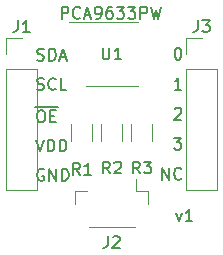
<source format=gbr>
%TF.GenerationSoftware,KiCad,Pcbnew,(6.0.0-0)*%
%TF.CreationDate,2022-02-05T18:01:00-08:00*%
%TF.ProjectId,pca9633pw-breakout,70636139-3633-4337-9077-2d627265616b,v1*%
%TF.SameCoordinates,Original*%
%TF.FileFunction,Legend,Top*%
%TF.FilePolarity,Positive*%
%FSLAX46Y46*%
G04 Gerber Fmt 4.6, Leading zero omitted, Abs format (unit mm)*
G04 Created by KiCad (PCBNEW (6.0.0-0)) date 2022-02-05 18:01:00*
%MOMM*%
%LPD*%
G01*
G04 APERTURE LIST*
%ADD10C,0.150000*%
%ADD11C,0.120000*%
G04 APERTURE END LIST*
D10*
X155295714Y-84605714D02*
X155533809Y-85272380D01*
X155771904Y-84605714D01*
X156676666Y-85272380D02*
X156105238Y-85272380D01*
X156390952Y-85272380D02*
X156390952Y-84272380D01*
X156295714Y-84415238D01*
X156200476Y-84510476D01*
X156105238Y-84558095D01*
X154132976Y-81737380D02*
X154132976Y-80737380D01*
X154704404Y-81737380D01*
X154704404Y-80737380D01*
X155752023Y-81642142D02*
X155704404Y-81689761D01*
X155561547Y-81737380D01*
X155466309Y-81737380D01*
X155323452Y-81689761D01*
X155228214Y-81594523D01*
X155180595Y-81499285D01*
X155132976Y-81308809D01*
X155132976Y-81165952D01*
X155180595Y-80975476D01*
X155228214Y-80880238D01*
X155323452Y-80785000D01*
X155466309Y-80737380D01*
X155561547Y-80737380D01*
X155704404Y-80785000D01*
X155752023Y-80832619D01*
X155132976Y-78197380D02*
X155752023Y-78197380D01*
X155418690Y-78578333D01*
X155561547Y-78578333D01*
X155656785Y-78625952D01*
X155704404Y-78673571D01*
X155752023Y-78768809D01*
X155752023Y-79006904D01*
X155704404Y-79102142D01*
X155656785Y-79149761D01*
X155561547Y-79197380D01*
X155275833Y-79197380D01*
X155180595Y-79149761D01*
X155132976Y-79102142D01*
X155180595Y-75752619D02*
X155228214Y-75705000D01*
X155323452Y-75657380D01*
X155561547Y-75657380D01*
X155656785Y-75705000D01*
X155704404Y-75752619D01*
X155752023Y-75847857D01*
X155752023Y-75943095D01*
X155704404Y-76085952D01*
X155132976Y-76657380D01*
X155752023Y-76657380D01*
X155752023Y-74117380D02*
X155180595Y-74117380D01*
X155466309Y-74117380D02*
X155466309Y-73117380D01*
X155371071Y-73260238D01*
X155275833Y-73355476D01*
X155180595Y-73403095D01*
X155418690Y-70577380D02*
X155513928Y-70577380D01*
X155609166Y-70625000D01*
X155656785Y-70672619D01*
X155704404Y-70767857D01*
X155752023Y-70958333D01*
X155752023Y-71196428D01*
X155704404Y-71386904D01*
X155656785Y-71482142D01*
X155609166Y-71529761D01*
X155513928Y-71577380D01*
X155418690Y-71577380D01*
X155323452Y-71529761D01*
X155275833Y-71482142D01*
X155228214Y-71386904D01*
X155180595Y-71196428D01*
X155180595Y-70958333D01*
X155228214Y-70767857D01*
X155275833Y-70672619D01*
X155323452Y-70625000D01*
X155418690Y-70577380D01*
X144106904Y-80872500D02*
X144011666Y-80824880D01*
X143868809Y-80824880D01*
X143725951Y-80872500D01*
X143630713Y-80967738D01*
X143583094Y-81062976D01*
X143535475Y-81253452D01*
X143535475Y-81396309D01*
X143583094Y-81586785D01*
X143630713Y-81682023D01*
X143725951Y-81777261D01*
X143868809Y-81824880D01*
X143964047Y-81824880D01*
X144106904Y-81777261D01*
X144154523Y-81729642D01*
X144154523Y-81396309D01*
X143964047Y-81396309D01*
X144583094Y-81824880D02*
X144583094Y-80824880D01*
X145154523Y-81824880D01*
X145154523Y-80824880D01*
X145630713Y-81824880D02*
X145630713Y-80824880D01*
X145868809Y-80824880D01*
X146011666Y-80872500D01*
X146106904Y-80967738D01*
X146154523Y-81062976D01*
X146202142Y-81253452D01*
X146202142Y-81396309D01*
X146154523Y-81586785D01*
X146106904Y-81682023D01*
X146011666Y-81777261D01*
X145868809Y-81824880D01*
X145630713Y-81824880D01*
X143440237Y-78348630D02*
X143773571Y-79348630D01*
X144106904Y-78348630D01*
X144440237Y-79348630D02*
X144440237Y-78348630D01*
X144678332Y-78348630D01*
X144821190Y-78396250D01*
X144916428Y-78491488D01*
X144964047Y-78586726D01*
X145011666Y-78777202D01*
X145011666Y-78920059D01*
X144964047Y-79110535D01*
X144916428Y-79205773D01*
X144821190Y-79301011D01*
X144678332Y-79348630D01*
X144440237Y-79348630D01*
X145440237Y-79348630D02*
X145440237Y-78348630D01*
X145678332Y-78348630D01*
X145821190Y-78396250D01*
X145916428Y-78491488D01*
X145964047Y-78586726D01*
X146011666Y-78777202D01*
X146011666Y-78920059D01*
X145964047Y-79110535D01*
X145916428Y-79205773D01*
X145821190Y-79301011D01*
X145678332Y-79348630D01*
X145440237Y-79348630D01*
X143367500Y-75590000D02*
X144415119Y-75590000D01*
X143796071Y-75872380D02*
X143986547Y-75872380D01*
X144081785Y-75920000D01*
X144177023Y-76015238D01*
X144224642Y-76205714D01*
X144224642Y-76539047D01*
X144177023Y-76729523D01*
X144081785Y-76824761D01*
X143986547Y-76872380D01*
X143796071Y-76872380D01*
X143700833Y-76824761D01*
X143605595Y-76729523D01*
X143557976Y-76539047D01*
X143557976Y-76205714D01*
X143605595Y-76015238D01*
X143700833Y-75920000D01*
X143796071Y-75872380D01*
X144415119Y-75590000D02*
X145319880Y-75590000D01*
X144653214Y-76348571D02*
X144986547Y-76348571D01*
X145129404Y-76872380D02*
X144653214Y-76872380D01*
X144653214Y-75872380D01*
X145129404Y-75872380D01*
X143535475Y-74093511D02*
X143678332Y-74141130D01*
X143916428Y-74141130D01*
X144011666Y-74093511D01*
X144059285Y-74045892D01*
X144106904Y-73950654D01*
X144106904Y-73855416D01*
X144059285Y-73760178D01*
X144011666Y-73712559D01*
X143916428Y-73664940D01*
X143725952Y-73617321D01*
X143630713Y-73569702D01*
X143583094Y-73522083D01*
X143535475Y-73426845D01*
X143535475Y-73331607D01*
X143583094Y-73236369D01*
X143630713Y-73188750D01*
X143725952Y-73141130D01*
X143964047Y-73141130D01*
X144106904Y-73188750D01*
X145106904Y-74045892D02*
X145059285Y-74093511D01*
X144916428Y-74141130D01*
X144821190Y-74141130D01*
X144678332Y-74093511D01*
X144583094Y-73998273D01*
X144535475Y-73903035D01*
X144487856Y-73712559D01*
X144487856Y-73569702D01*
X144535475Y-73379226D01*
X144583094Y-73283988D01*
X144678332Y-73188750D01*
X144821190Y-73141130D01*
X144916428Y-73141130D01*
X145059285Y-73188750D01*
X145106904Y-73236369D01*
X146011666Y-74141130D02*
X145535475Y-74141130D01*
X145535475Y-73141130D01*
X143557976Y-71617261D02*
X143700833Y-71664880D01*
X143938928Y-71664880D01*
X144034166Y-71617261D01*
X144081785Y-71569642D01*
X144129404Y-71474404D01*
X144129404Y-71379166D01*
X144081785Y-71283928D01*
X144034166Y-71236309D01*
X143938928Y-71188690D01*
X143748452Y-71141071D01*
X143653214Y-71093452D01*
X143605595Y-71045833D01*
X143557976Y-70950595D01*
X143557976Y-70855357D01*
X143605595Y-70760119D01*
X143653214Y-70712500D01*
X143748452Y-70664880D01*
X143986547Y-70664880D01*
X144129404Y-70712500D01*
X144557976Y-71664880D02*
X144557976Y-70664880D01*
X144796071Y-70664880D01*
X144938928Y-70712500D01*
X145034166Y-70807738D01*
X145081785Y-70902976D01*
X145129404Y-71093452D01*
X145129404Y-71236309D01*
X145081785Y-71426785D01*
X145034166Y-71522023D01*
X144938928Y-71617261D01*
X144796071Y-71664880D01*
X144557976Y-71664880D01*
X145510357Y-71379166D02*
X145986547Y-71379166D01*
X145415119Y-71664880D02*
X145748452Y-70664880D01*
X146081785Y-71664880D01*
%TO.C,U1*%
X149098095Y-70572380D02*
X149098095Y-71381904D01*
X149145714Y-71477142D01*
X149193333Y-71524761D01*
X149288571Y-71572380D01*
X149479047Y-71572380D01*
X149574285Y-71524761D01*
X149621904Y-71477142D01*
X149669523Y-71381904D01*
X149669523Y-70572380D01*
X150669523Y-71572380D02*
X150098095Y-71572380D01*
X150383809Y-71572380D02*
X150383809Y-70572380D01*
X150288571Y-70715238D01*
X150193333Y-70810476D01*
X150098095Y-70858095D01*
X145613333Y-68122380D02*
X145613333Y-67122380D01*
X145994285Y-67122380D01*
X146089523Y-67170000D01*
X146137142Y-67217619D01*
X146184761Y-67312857D01*
X146184761Y-67455714D01*
X146137142Y-67550952D01*
X146089523Y-67598571D01*
X145994285Y-67646190D01*
X145613333Y-67646190D01*
X147184761Y-68027142D02*
X147137142Y-68074761D01*
X146994285Y-68122380D01*
X146899047Y-68122380D01*
X146756190Y-68074761D01*
X146660952Y-67979523D01*
X146613333Y-67884285D01*
X146565714Y-67693809D01*
X146565714Y-67550952D01*
X146613333Y-67360476D01*
X146660952Y-67265238D01*
X146756190Y-67170000D01*
X146899047Y-67122380D01*
X146994285Y-67122380D01*
X147137142Y-67170000D01*
X147184761Y-67217619D01*
X147565714Y-67836666D02*
X148041904Y-67836666D01*
X147470476Y-68122380D02*
X147803809Y-67122380D01*
X148137142Y-68122380D01*
X148518095Y-68122380D02*
X148708571Y-68122380D01*
X148803809Y-68074761D01*
X148851428Y-68027142D01*
X148946666Y-67884285D01*
X148994285Y-67693809D01*
X148994285Y-67312857D01*
X148946666Y-67217619D01*
X148899047Y-67170000D01*
X148803809Y-67122380D01*
X148613333Y-67122380D01*
X148518095Y-67170000D01*
X148470476Y-67217619D01*
X148422857Y-67312857D01*
X148422857Y-67550952D01*
X148470476Y-67646190D01*
X148518095Y-67693809D01*
X148613333Y-67741428D01*
X148803809Y-67741428D01*
X148899047Y-67693809D01*
X148946666Y-67646190D01*
X148994285Y-67550952D01*
X149851428Y-67122380D02*
X149660952Y-67122380D01*
X149565714Y-67170000D01*
X149518095Y-67217619D01*
X149422857Y-67360476D01*
X149375238Y-67550952D01*
X149375238Y-67931904D01*
X149422857Y-68027142D01*
X149470476Y-68074761D01*
X149565714Y-68122380D01*
X149756190Y-68122380D01*
X149851428Y-68074761D01*
X149899047Y-68027142D01*
X149946666Y-67931904D01*
X149946666Y-67693809D01*
X149899047Y-67598571D01*
X149851428Y-67550952D01*
X149756190Y-67503333D01*
X149565714Y-67503333D01*
X149470476Y-67550952D01*
X149422857Y-67598571D01*
X149375238Y-67693809D01*
X150280000Y-67122380D02*
X150899047Y-67122380D01*
X150565714Y-67503333D01*
X150708571Y-67503333D01*
X150803809Y-67550952D01*
X150851428Y-67598571D01*
X150899047Y-67693809D01*
X150899047Y-67931904D01*
X150851428Y-68027142D01*
X150803809Y-68074761D01*
X150708571Y-68122380D01*
X150422857Y-68122380D01*
X150327619Y-68074761D01*
X150280000Y-68027142D01*
X151232380Y-67122380D02*
X151851428Y-67122380D01*
X151518095Y-67503333D01*
X151660952Y-67503333D01*
X151756190Y-67550952D01*
X151803809Y-67598571D01*
X151851428Y-67693809D01*
X151851428Y-67931904D01*
X151803809Y-68027142D01*
X151756190Y-68074761D01*
X151660952Y-68122380D01*
X151375238Y-68122380D01*
X151280000Y-68074761D01*
X151232380Y-68027142D01*
X152280000Y-68122380D02*
X152280000Y-67122380D01*
X152660952Y-67122380D01*
X152756190Y-67170000D01*
X152803809Y-67217619D01*
X152851428Y-67312857D01*
X152851428Y-67455714D01*
X152803809Y-67550952D01*
X152756190Y-67598571D01*
X152660952Y-67646190D01*
X152280000Y-67646190D01*
X153184761Y-67122380D02*
X153422857Y-68122380D01*
X153613333Y-67408095D01*
X153803809Y-68122380D01*
X154041904Y-67122380D01*
%TO.C,R3*%
X152253333Y-81212380D02*
X151920000Y-80736190D01*
X151681904Y-81212380D02*
X151681904Y-80212380D01*
X152062857Y-80212380D01*
X152158095Y-80260000D01*
X152205714Y-80307619D01*
X152253333Y-80402857D01*
X152253333Y-80545714D01*
X152205714Y-80640952D01*
X152158095Y-80688571D01*
X152062857Y-80736190D01*
X151681904Y-80736190D01*
X152586666Y-80212380D02*
X153205714Y-80212380D01*
X152872380Y-80593333D01*
X153015238Y-80593333D01*
X153110476Y-80640952D01*
X153158095Y-80688571D01*
X153205714Y-80783809D01*
X153205714Y-81021904D01*
X153158095Y-81117142D01*
X153110476Y-81164761D01*
X153015238Y-81212380D01*
X152729523Y-81212380D01*
X152634285Y-81164761D01*
X152586666Y-81117142D01*
%TO.C,R2*%
X149708333Y-81212380D02*
X149375000Y-80736190D01*
X149136904Y-81212380D02*
X149136904Y-80212380D01*
X149517857Y-80212380D01*
X149613095Y-80260000D01*
X149660714Y-80307619D01*
X149708333Y-80402857D01*
X149708333Y-80545714D01*
X149660714Y-80640952D01*
X149613095Y-80688571D01*
X149517857Y-80736190D01*
X149136904Y-80736190D01*
X150089285Y-80307619D02*
X150136904Y-80260000D01*
X150232142Y-80212380D01*
X150470238Y-80212380D01*
X150565476Y-80260000D01*
X150613095Y-80307619D01*
X150660714Y-80402857D01*
X150660714Y-80498095D01*
X150613095Y-80640952D01*
X150041666Y-81212380D01*
X150660714Y-81212380D01*
%TO.C,R1*%
X147163333Y-81342380D02*
X146830000Y-80866190D01*
X146591904Y-81342380D02*
X146591904Y-80342380D01*
X146972857Y-80342380D01*
X147068095Y-80390000D01*
X147115714Y-80437619D01*
X147163333Y-80532857D01*
X147163333Y-80675714D01*
X147115714Y-80770952D01*
X147068095Y-80818571D01*
X146972857Y-80866190D01*
X146591904Y-80866190D01*
X148115714Y-81342380D02*
X147544285Y-81342380D01*
X147830000Y-81342380D02*
X147830000Y-80342380D01*
X147734761Y-80485238D01*
X147639523Y-80580476D01*
X147544285Y-80628095D01*
%TO.C,J3*%
X157146666Y-68247380D02*
X157146666Y-68961666D01*
X157099047Y-69104523D01*
X157003809Y-69199761D01*
X156860952Y-69247380D01*
X156765714Y-69247380D01*
X157527619Y-68247380D02*
X158146666Y-68247380D01*
X157813333Y-68628333D01*
X157956190Y-68628333D01*
X158051428Y-68675952D01*
X158099047Y-68723571D01*
X158146666Y-68818809D01*
X158146666Y-69056904D01*
X158099047Y-69152142D01*
X158051428Y-69199761D01*
X157956190Y-69247380D01*
X157670476Y-69247380D01*
X157575238Y-69199761D01*
X157527619Y-69152142D01*
%TO.C,J2*%
X149526666Y-86537380D02*
X149526666Y-87251666D01*
X149479047Y-87394523D01*
X149383809Y-87489761D01*
X149240952Y-87537380D01*
X149145714Y-87537380D01*
X149955238Y-86632619D02*
X150002857Y-86585000D01*
X150098095Y-86537380D01*
X150336190Y-86537380D01*
X150431428Y-86585000D01*
X150479047Y-86632619D01*
X150526666Y-86727857D01*
X150526666Y-86823095D01*
X150479047Y-86965952D01*
X149907619Y-87537380D01*
X150526666Y-87537380D01*
%TO.C,J1*%
X141906666Y-68247380D02*
X141906666Y-68961666D01*
X141859047Y-69104523D01*
X141763809Y-69199761D01*
X141620952Y-69247380D01*
X141525714Y-69247380D01*
X142906666Y-69247380D02*
X142335238Y-69247380D01*
X142620952Y-69247380D02*
X142620952Y-68247380D01*
X142525714Y-68390238D01*
X142430476Y-68485476D01*
X142335238Y-68533095D01*
D11*
%TO.C,U1*%
X149860000Y-68385000D02*
X146260000Y-68385000D01*
X149860000Y-68385000D02*
X152060000Y-68385000D01*
X149860000Y-73855000D02*
X147660000Y-73855000D01*
X149860000Y-73855000D02*
X152060000Y-73855000D01*
%TO.C,R3*%
X151490000Y-78492064D02*
X151490000Y-77037936D01*
X153310000Y-78492064D02*
X153310000Y-77037936D01*
%TO.C,R2*%
X150770000Y-78492064D02*
X150770000Y-77037936D01*
X148950000Y-78492064D02*
X148950000Y-77037936D01*
%TO.C,R1*%
X148230000Y-78492064D02*
X148230000Y-77037936D01*
X146410000Y-78492064D02*
X146410000Y-77037936D01*
%TO.C,J3*%
X156150000Y-82615000D02*
X158810000Y-82615000D01*
X156150000Y-72395000D02*
X156150000Y-82615000D01*
X158810000Y-72395000D02*
X158810000Y-82615000D01*
X156150000Y-72395000D02*
X158810000Y-72395000D01*
X156150000Y-71125000D02*
X156150000Y-69795000D01*
X156150000Y-69795000D02*
X157480000Y-69795000D01*
%TO.C,J2*%
X152970000Y-83825000D02*
X152970000Y-82675000D01*
X152970000Y-82675000D02*
X151920000Y-82675000D01*
X151920000Y-82675000D02*
X151920000Y-81685000D01*
X146750000Y-83825000D02*
X146750000Y-82675000D01*
X146750000Y-82675000D02*
X147800000Y-82675000D01*
X151800000Y-85795000D02*
X147920000Y-85795000D01*
%TO.C,J1*%
X140910000Y-82615000D02*
X143570000Y-82615000D01*
X140910000Y-72395000D02*
X140910000Y-82615000D01*
X143570000Y-72395000D02*
X143570000Y-82615000D01*
X140910000Y-72395000D02*
X143570000Y-72395000D01*
X140910000Y-71125000D02*
X140910000Y-69795000D01*
X140910000Y-69795000D02*
X142240000Y-69795000D01*
%TD*%
M02*

</source>
